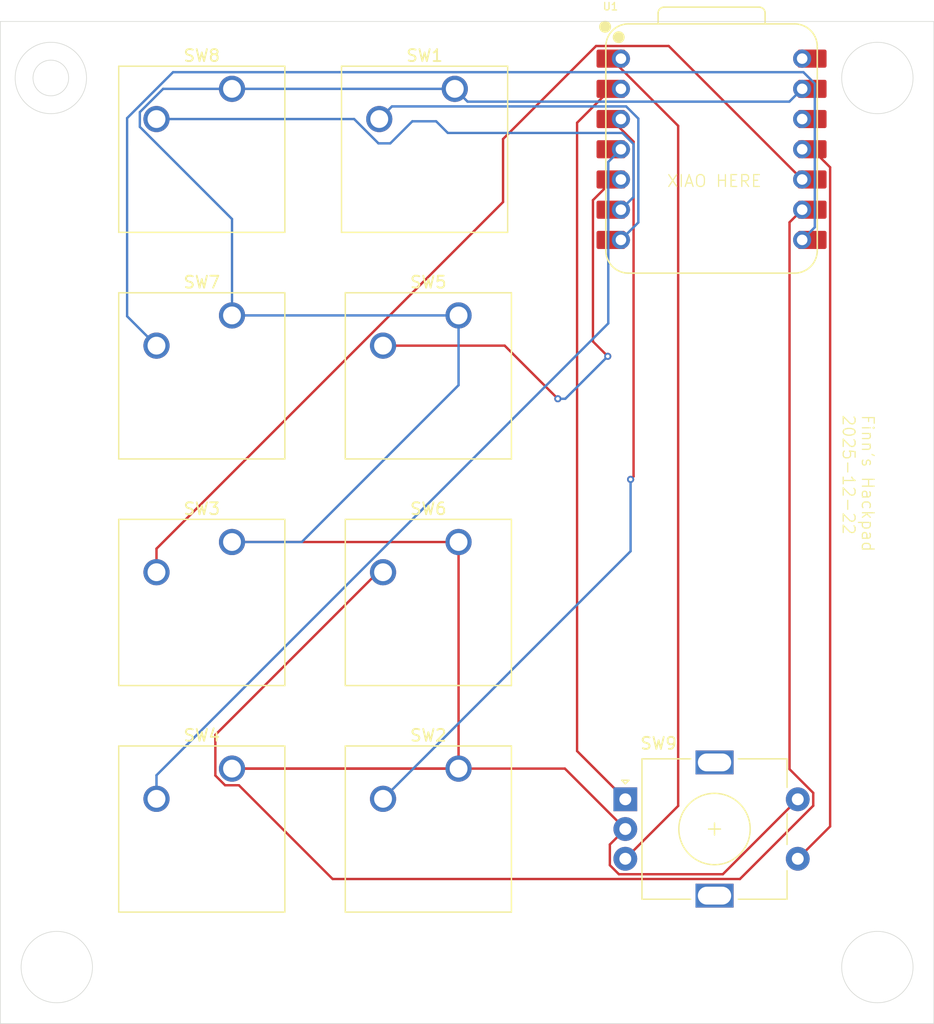
<source format=kicad_pcb>
(kicad_pcb (version 20241229) (generator "pcbnew") (generator_version "9.0")
  (layers (0 "F.Cu" signal) (2 "B.Cu" signal) (13 "F.Paste" user) (15 "B.Paste" user) (5 "F.SilkS" user "F.Silkscreen") (7 "B.SilkS" user "B.Silkscreen") (1 "F.Mask" user) (3 "B.Mask" user) (25 "Edge.Cuts" user))
  (net 0 "")
  (net 1 "GND")
  (net 2 "Net-(U1-GPIO0{slash}TX)")
  (net 3 "Net-(U1-GPIO28{slash}ADC2{slash}A2)")
  (net 4 "Net-(U1-GPIO4{slash}MISO)")
  (net 5 "Net-(U1-GPIO29{slash}ADC3{slash}A3)")
  (net 6 "Net-(U1-GPIO1{slash}RX)")
  (net 7 "Net-(U1-GPIO7{slash}SCL)")
  (net 8 "Net-(U1-GPIO26{slash}ADC0{slash}A0)")
  (net 9 "Net-(U1-GPIO27{slash}ADC1{slash}A1)")
  (net 10 "Net-(U1-GPIO3{slash}MOSI)")
  (net 11 "+5V")
  (net 13 "Net-(U1-GPIO2{slash}SCK)")
  (net 14 "Net-(U1-GPIO6{slash}SDA)")
  (footprint "Button_Switch_Keyboard:SW_Cherry_MX_1.00u_PCB" (layer "F.Cu") (at 143.03375 78.26375)
    (property "Reference" "SW6" (at -2.54 -2.794 0) (layer "F.SilkS"))
    (property "Value" "SW_Push")
    (fp_line (start -9.525 -1.905) (end 4.445 -1.905) (stroke (width 0.12)) (layer "F.SilkS"))
    (fp_line (start -9.525 12.065) (end -9.525 -1.905) (stroke (width 0.12)) (layer "F.SilkS"))
    (fp_line (start 4.445 -1.905) (end 4.445 12.065) (stroke (width 0.12)) (layer "F.SilkS"))
    (fp_line (start 4.445 12.065) (end -9.525 12.065) (stroke (width 0.12)) (layer "F.SilkS"))
    (pad "" np_thru_hole circle (at -7.62 5.08) (size 1.7 1.7) (drill 1.7) (layers "*.Cu" "*.Mask"))
    (pad "" np_thru_hole circle (at -2.54 5.08) (size 4 4) (drill 4) (layers "*.Cu" "*.Mask"))
    (pad "" np_thru_hole circle (at 2.54 5.08) (size 1.7 1.7) (drill 1.7) (layers "*.Cu" "*.Mask"))
    (pad "1" thru_hole circle (at 0 0) (size 2.2 2.2) (drill 1.5) (layers "*.Cu" "*.Mask") (net 1 "GND"))
    (pad "2" thru_hole circle (at -6.35 2.54) (size 2.2 2.2) (drill 1.5) (layers "*.Cu" "*.Mask") (net 13 "Net-(U1-GPIO2{slash}SCK)"))
  )
  (footprint "Button_Switch_Keyboard:SW_Cherry_MX_1.00u_PCB" (layer "F.Cu") (at 123.98375 40.16375)
    (property "Reference" "SW8" (at -2.54 -2.794 0) (layer "F.SilkS"))
    (property "Value" "SW_Push")
    (fp_line (start -9.525 -1.905) (end 4.445 -1.905) (stroke (width 0.12)) (layer "F.SilkS"))
    (fp_line (start -9.525 12.065) (end -9.525 -1.905) (stroke (width 0.12)) (layer "F.SilkS"))
    (fp_line (start 4.445 -1.905) (end 4.445 12.065) (stroke (width 0.12)) (layer "F.SilkS"))
    (fp_line (start 4.445 12.065) (end -9.525 12.065) (stroke (width 0.12)) (layer "F.SilkS"))
    (pad "" np_thru_hole circle (at -7.62 5.08) (size 1.7 1.7) (drill 1.7) (layers "*.Cu" "*.Mask"))
    (pad "" np_thru_hole circle (at -2.54 5.08) (size 4 4) (drill 4) (layers "*.Cu" "*.Mask"))
    (pad "" np_thru_hole circle (at 2.54 5.08) (size 1.7 1.7) (drill 1.7) (layers "*.Cu" "*.Mask"))
    (pad "1" thru_hole circle (at 0 0) (size 2.2 2.2) (drill 1.5) (layers "*.Cu" "*.Mask") (net 1 "GND"))
    (pad "2" thru_hole circle (at -6.35 2.54) (size 2.2 2.2) (drill 1.5) (layers "*.Cu" "*.Mask") (net 7 "Net-(U1-GPIO7{slash}SCL)"))
  )
  (footprint "Button_Switch_Keyboard:SW_Cherry_MX_1.00u_PCB" (layer "F.Cu") (at 142.71625 40.16375)
    (property "Reference" "SW1" (at -2.54 -2.794 0) (layer "F.SilkS"))
    (property "Value" "SW_Push")
    (fp_line (start -9.525 -1.905) (end 4.445 -1.905) (stroke (width 0.12)) (layer "F.SilkS"))
    (fp_line (start -9.525 12.065) (end -9.525 -1.905) (stroke (width 0.12)) (layer "F.SilkS"))
    (fp_line (start 4.445 -1.905) (end 4.445 12.065) (stroke (width 0.12)) (layer "F.SilkS"))
    (fp_line (start 4.445 12.065) (end -9.525 12.065) (stroke (width 0.12)) (layer "F.SilkS"))
    (pad "" np_thru_hole circle (at -7.62 5.08) (size 1.7 1.7) (drill 1.7) (layers "*.Cu" "*.Mask"))
    (pad "" np_thru_hole circle (at -2.54 5.08) (size 4 4) (drill 4) (layers "*.Cu" "*.Mask"))
    (pad "" np_thru_hole circle (at 2.54 5.08) (size 1.7 1.7) (drill 1.7) (layers "*.Cu" "*.Mask"))
    (pad "1" thru_hole circle (at 0 0) (size 2.2 2.2) (drill 1.5) (layers "*.Cu" "*.Mask") (net 1 "GND"))
    (pad "2" thru_hole circle (at -6.35 2.54) (size 2.2 2.2) (drill 1.5) (layers "*.Cu" "*.Mask") (net 2 "Net-(U1-GPIO0{slash}TX)"))
  )
  (footprint "Button_Switch_Keyboard:SW_Cherry_MX_1.00u_PCB" (layer "F.Cu") (at 123.98375 78.26375)
    (property "Reference" "SW3" (at -2.54 -2.794 0) (layer "F.SilkS"))
    (property "Value" "SW_Push")
    (fp_line (start -9.525 -1.905) (end 4.445 -1.905) (stroke (width 0.12)) (layer "F.SilkS"))
    (fp_line (start -9.525 12.065) (end -9.525 -1.905) (stroke (width 0.12)) (layer "F.SilkS"))
    (fp_line (start 4.445 -1.905) (end 4.445 12.065) (stroke (width 0.12)) (layer "F.SilkS"))
    (fp_line (start 4.445 12.065) (end -9.525 12.065) (stroke (width 0.12)) (layer "F.SilkS"))
    (pad "" np_thru_hole circle (at -7.62 5.08) (size 1.7 1.7) (drill 1.7) (layers "*.Cu" "*.Mask"))
    (pad "" np_thru_hole circle (at -2.54 5.08) (size 4 4) (drill 4) (layers "*.Cu" "*.Mask"))
    (pad "" np_thru_hole circle (at 2.54 5.08) (size 1.7 1.7) (drill 1.7) (layers "*.Cu" "*.Mask"))
    (pad "1" thru_hole circle (at 0 0) (size 2.2 2.2) (drill 1.5) (layers "*.Cu" "*.Mask") (net 1 "GND"))
    (pad "2" thru_hole circle (at -6.35 2.54) (size 2.2 2.2) (drill 1.5) (layers "*.Cu" "*.Mask") (net 4 "Net-(U1-GPIO4{slash}MISO)"))
  )
  (footprint "Seeed Studio XIAO Series Library:XIAO-RP2040-DIP" (layer "F.Cu") (at 164.30625 45.24375)
    (property "Reference" "U1" (at -8.5 -12 0) (layer "F.SilkS") (effects (font (size 0.635 0.635) (thickness 0.1016))))
    (property "Value" "XIAO-RP2040-DIP")
    (fp_line (start -8.89 8.509) (end -8.89 -8.636) (stroke (width 0.127)) (layer "F.SilkS"))
    (fp_line (start -6.985 10.414) (end 6.985 10.414) (stroke (width 0.127)) (layer "F.SilkS"))
    (fp_line (start -4.495 -10.541) (end -4.491272 -11.451272) (stroke (width 0.127)) (layer "F.SilkS"))
    (fp_line (start -3.991272 -11.951) (end 4.004 -11.951) (stroke (width 0.127)) (layer "F.SilkS"))
    (fp_line (start 4.504 -11.451) (end 4.504 -10.541) (stroke (width 0.127)) (layer "F.SilkS"))
    (fp_line (start 6.985 -10.541) (end -6.985 -10.541) (stroke (width 0.1)) (layer "F.SilkS"))
    (fp_line (start 6.985 -10.541) (end -6.985 -10.541) (stroke (width 0.127)) (layer "F.SilkS"))
    (fp_line (start 8.89 8.509) (end 8.89 -8.636) (stroke (width 0.127)) (layer "F.SilkS"))
    (fp_arc (start -8.89 -8.636) (mid -8.332038 -9.983038) (end -6.985 -10.541) (stroke (width 0.127)) (layer "F.SilkS"))
    (fp_arc (start -6.985 10.414) (mid -8.332038 9.856038) (end -8.89 8.509) (stroke (width 0.127)) (layer "F.SilkS"))
    (fp_arc (start -4.491272 -11.451272) (mid -4.344728 -11.80464) (end -3.991272 -11.951) (stroke (width 0.127)) (layer "F.SilkS"))
    (fp_arc (start 4.004 -11.951) (mid 4.357553 -11.804553) (end 4.504 -11.451) (stroke (width 0.127)) (layer "F.SilkS"))
    (fp_arc (start 6.985 -10.541) (mid 8.332038 -9.983038) (end 8.89 -8.636) (stroke (width 0.127)) (layer "F.SilkS"))
    (fp_arc (start 8.89 8.509) (mid 8.332038 9.856038) (end 6.985 10.414) (stroke (width 0.127)) (layer "F.SilkS"))
    (fp_circle (center -8.95 -10.3) (end -8.95 -10.554) (stroke (width 0.5)) (fill yes) (layer "F.SilkS"))
    (fp_circle (center -7.807 -9.42) (end -7.807 -9.674) (stroke (width 0.5)) (fill yes) (layer "F.SilkS"))
    (pad "1" smd roundrect (at -8.455 -7.62 180) (size 2.432 1.524) (layers "F.Cu" "F.Mask") (roundrect_rratio 0.1) (net 8 "Net-(U1-GPIO26{slash}ADC0{slash}A0)"))
    (pad "1" thru_hole circle (at -7.62 -7.62 180) (size 1.524 1.524) (drill 0.889) (layers "*.Cu" "*.Mask") (net 8 "Net-(U1-GPIO26{slash}ADC0{slash}A0)"))
    (pad "2" smd roundrect (at -8.455 -5.08 180) (size 2.432 1.524) (layers "F.Cu" "F.Mask") (roundrect_rratio 0.1) (net 9 "Net-(U1-GPIO27{slash}ADC1{slash}A1)"))
    (pad "2" thru_hole circle (at -7.62 -5.08 180) (size 1.524 1.524) (drill 0.889) (layers "*.Cu" "*.Mask") (net 9 "Net-(U1-GPIO27{slash}ADC1{slash}A1)"))
    (pad "3" smd roundrect (at -8.455 -2.54 180) (size 2.432 1.524) (layers "F.Cu" "F.Mask") (roundrect_rratio 0.1) (net 3 "Net-(U1-GPIO28{slash}ADC2{slash}A2)"))
    (pad "3" thru_hole circle (at -7.62 -2.54 180) (size 1.524 1.524) (drill 0.889) (layers "*.Cu" "*.Mask") (net 3 "Net-(U1-GPIO28{slash}ADC2{slash}A2)"))
    (pad "4" smd roundrect (at -8.455 0 180) (size 2.432 1.524) (layers "F.Cu" "F.Mask") (roundrect_rratio 0.1) (net 5 "Net-(U1-GPIO29{slash}ADC3{slash}A3)"))
    (pad "4" thru_hole circle (at -7.62 0 180) (size 1.524 1.524) (drill 0.889) (layers "*.Cu" "*.Mask") (net 5 "Net-(U1-GPIO29{slash}ADC3{slash}A3)"))
    (pad "5" smd roundrect (at -8.455 2.54 180) (size 2.432 1.524) (layers "F.Cu" "F.Mask") (roundrect_rratio 0.1) (net 14 "Net-(U1-GPIO6{slash}SDA)"))
    (pad "5" thru_hole circle (at -7.62 2.54 180) (size 1.524 1.524) (drill 0.889) (layers "*.Cu" "*.Mask") (net 14 "Net-(U1-GPIO6{slash}SDA)"))
    (pad "6" smd roundrect (at -8.455 5.08 180) (size 2.432 1.524) (layers "F.Cu" "F.Mask") (roundrect_rratio 0.1) (net 7 "Net-(U1-GPIO7{slash}SCL)"))
    (pad "6" thru_hole circle (at -7.62 5.08 180) (size 1.524 1.524) (drill 0.889) (layers "*.Cu" "*.Mask") (net 7 "Net-(U1-GPIO7{slash}SCL)"))
    (pad "7" smd roundrect (at -8.455 7.62 180) (size 2.432 1.524) (layers "F.Cu" "F.Mask") (roundrect_rratio 0.1) (net 2 "Net-(U1-GPIO0{slash}TX)"))
    (pad "7" thru_hole circle (at -7.62 7.62 180) (size 1.524 1.524) (drill 0.889) (layers "*.Cu" "*.Mask") (net 2 "Net-(U1-GPIO0{slash}TX)"))
    (pad "8" thru_hole circle (at 7.62 7.62) (size 1.524 1.524) (drill 0.889) (layers "*.Cu" "*.Mask") (net 6 "Net-(U1-GPIO1{slash}RX)"))
    (pad "8" smd roundrect (at 8.455 7.62) (size 2.432 1.524) (layers "F.Cu" "F.Mask") (roundrect_rratio 0.1) (net 6 "Net-(U1-GPIO1{slash}RX)"))
    (pad "9" thru_hole circle (at 7.62 5.08) (size 1.524 1.524) (drill 0.889) (layers "*.Cu" "*.Mask") (net 13 "Net-(U1-GPIO2{slash}SCK)"))
    (pad "9" smd roundrect (at 8.455 5.08) (size 2.432 1.524) (layers "F.Cu" "F.Mask") (roundrect_rratio 0.1) (net 13 "Net-(U1-GPIO2{slash}SCK)"))
    (pad "10" thru_hole circle (at 7.62 2.54) (size 1.524 1.524) (drill 0.889) (layers "*.Cu" "*.Mask") (net 4 "Net-(U1-GPIO4{slash}MISO)"))
    (pad "10" smd roundrect (at 8.455 2.54) (size 2.432 1.524) (layers "F.Cu" "F.Mask") (roundrect_rratio 0.1) (net 4 "Net-(U1-GPIO4{slash}MISO)"))
    (pad "11" thru_hole circle (at 7.62 0) (size 1.524 1.524) (drill 0.889) (layers "*.Cu" "*.Mask") (net 10 "Net-(U1-GPIO3{slash}MOSI)"))
    (pad "11" smd roundrect (at 8.455 0) (size 2.432 1.524) (layers "F.Cu" "F.Mask") (roundrect_rratio 0.1) (net 10 "Net-(U1-GPIO3{slash}MOSI)"))
    (pad "12" thru_hole circle (at 7.62 -2.54) (size 1.524 1.524) (drill 0.889) (layers "*.Cu" "*.Mask"))
    (pad "12" smd roundrect (at 8.455 -2.54) (size 2.432 1.524) (layers "F.Cu" "F.Mask") (roundrect_rratio 0.1))
    (pad "13" thru_hole circle (at 7.62 -5.08) (size 1.524 1.524) (drill 0.889) (layers "*.Cu" "*.Mask") (net 1 "GND"))
    (pad "13" smd roundrect (at 8.455 -5.08) (size 2.432 1.524) (layers "F.Cu" "F.Mask") (roundrect_rratio 0.1) (net 1 "GND"))
    (pad "14" thru_hole circle (at 7.62 -7.62) (size 1.524 1.524) (drill 0.889) (layers "*.Cu" "*.Mask") (net 11 "+5V"))
    (pad "14" smd roundrect (at 8.455 -7.62) (size 2.432 1.524) (layers "F.Cu" "F.Mask") (roundrect_rratio 0.1) (net 11 "+5V"))
  )
  (footprint "Button_Switch_Keyboard:SW_Cherry_MX_1.00u_PCB" (layer "F.Cu") (at 123.98375 59.21375)
    (property "Reference" "SW7" (at -2.54 -2.794 0) (layer "F.SilkS"))
    (property "Value" "SW_Push")
    (fp_line (start -9.525 -1.905) (end 4.445 -1.905) (stroke (width 0.12)) (layer "F.SilkS"))
    (fp_line (start -9.525 12.065) (end -9.525 -1.905) (stroke (width 0.12)) (layer "F.SilkS"))
    (fp_line (start 4.445 -1.905) (end 4.445 12.065) (stroke (width 0.12)) (layer "F.SilkS"))
    (fp_line (start 4.445 12.065) (end -9.525 12.065) (stroke (width 0.12)) (layer "F.SilkS"))
    (pad "" np_thru_hole circle (at -7.62 5.08) (size 1.7 1.7) (drill 1.7) (layers "*.Cu" "*.Mask"))
    (pad "" np_thru_hole circle (at -2.54 5.08) (size 4 4) (drill 4) (layers "*.Cu" "*.Mask"))
    (pad "" np_thru_hole circle (at 2.54 5.08) (size 1.7 1.7) (drill 1.7) (layers "*.Cu" "*.Mask"))
    (pad "1" thru_hole circle (at 0 0) (size 2.2 2.2) (drill 1.5) (layers "*.Cu" "*.Mask") (net 1 "GND"))
    (pad "2" thru_hole circle (at -6.35 2.54) (size 2.2 2.2) (drill 1.5) (layers "*.Cu" "*.Mask") (net 6 "Net-(U1-GPIO1{slash}RX)"))
  )
  (footprint "Button_Switch_Keyboard:SW_Cherry_MX_1.00u_PCB" (layer "F.Cu") (at 143.03375 97.31375)
    (property "Reference" "SW2" (at -2.54 -2.794 0) (layer "F.SilkS"))
    (property "Value" "SW_Push")
    (fp_line (start -9.525 -1.905) (end 4.445 -1.905) (stroke (width 0.12)) (layer "F.SilkS"))
    (fp_line (start -9.525 12.065) (end -9.525 -1.905) (stroke (width 0.12)) (layer "F.SilkS"))
    (fp_line (start 4.445 -1.905) (end 4.445 12.065) (stroke (width 0.12)) (layer "F.SilkS"))
    (fp_line (start 4.445 12.065) (end -9.525 12.065) (stroke (width 0.12)) (layer "F.SilkS"))
    (pad "" np_thru_hole circle (at -7.62 5.08) (size 1.7 1.7) (drill 1.7) (layers "*.Cu" "*.Mask"))
    (pad "" np_thru_hole circle (at -2.54 5.08) (size 4 4) (drill 4) (layers "*.Cu" "*.Mask"))
    (pad "" np_thru_hole circle (at 2.54 5.08) (size 1.7 1.7) (drill 1.7) (layers "*.Cu" "*.Mask"))
    (pad "1" thru_hole circle (at 0 0) (size 2.2 2.2) (drill 1.5) (layers "*.Cu" "*.Mask") (net 1 "GND"))
    (pad "2" thru_hole circle (at -6.35 2.54) (size 2.2 2.2) (drill 1.5) (layers "*.Cu" "*.Mask") (net 3 "Net-(U1-GPIO28{slash}ADC2{slash}A2)"))
  )
  (footprint "Button_Switch_Keyboard:SW_Cherry_MX_1.00u_PCB" (layer "F.Cu") (at 123.98375 97.31375)
    (property "Reference" "SW4" (at -2.54 -2.794 0) (layer "F.SilkS"))
    (property "Value" "SW_Push")
    (fp_line (start -9.525 -1.905) (end 4.445 -1.905) (stroke (width 0.12)) (layer "F.SilkS"))
    (fp_line (start -9.525 12.065) (end -9.525 -1.905) (stroke (width 0.12)) (layer "F.SilkS"))
    (fp_line (start 4.445 -1.905) (end 4.445 12.065) (stroke (width 0.12)) (layer "F.SilkS"))
    (fp_line (start 4.445 12.065) (end -9.525 12.065) (stroke (width 0.12)) (layer "F.SilkS"))
    (pad "" np_thru_hole circle (at -7.62 5.08) (size 1.7 1.7) (drill 1.7) (layers "*.Cu" "*.Mask"))
    (pad "" np_thru_hole circle (at -2.54 5.08) (size 4 4) (drill 4) (layers "*.Cu" "*.Mask"))
    (pad "" np_thru_hole circle (at 2.54 5.08) (size 1.7 1.7) (drill 1.7) (layers "*.Cu" "*.Mask"))
    (pad "1" thru_hole circle (at 0 0) (size 2.2 2.2) (drill 1.5) (layers "*.Cu" "*.Mask") (net 1 "GND"))
    (pad "2" thru_hole circle (at -6.35 2.54) (size 2.2 2.2) (drill 1.5) (layers "*.Cu" "*.Mask") (net 5 "Net-(U1-GPIO29{slash}ADC3{slash}A3)"))
  )
  (footprint "Rotary_Encoder:RotaryEncoder_Alps_EC11E-Switch_Vertical_H20mm" (layer "F.Cu") (at 157.05625 99.89375)
    (property "Reference" "SW9" (at 2.8 -4.7 0) (layer "F.SilkS"))
    (property "Value" "RotaryEncoder_Switch")
    (fp_line (start -0.3 -1.6) (end 0.3 -1.6) (stroke (width 0.12)) (layer "F.SilkS"))
    (fp_line (start 0 -1.3) (end -0.3 -1.6) (stroke (width 0.12)) (layer "F.SilkS"))
    (fp_line (start 0.3 -1.6) (end 0 -1.3) (stroke (width 0.12)) (layer "F.SilkS"))
    (fp_line (start 1.4 -3.4) (end 1.4 8.4) (stroke (width 0.12)) (layer "F.SilkS"))
    (fp_line (start 5.5 -3.4) (end 1.4 -3.4) (stroke (width 0.12)) (layer "F.SilkS"))
    (fp_line (start 5.5 8.4) (end 1.4 8.4) (stroke (width 0.12)) (layer "F.SilkS"))
    (fp_line (start 7 2.5) (end 8 2.5) (stroke (width 0.12)) (layer "F.SilkS"))
    (fp_line (start 7.5 2) (end 7.5 3) (stroke (width 0.12)) (layer "F.SilkS"))
    (fp_line (start 9.5 -3.4) (end 13.6 -3.4) (stroke (width 0.12)) (layer "F.SilkS"))
    (fp_line (start 13.6 -3.4) (end 13.6 -1) (stroke (width 0.12)) (layer "F.SilkS"))
    (fp_line (start 13.6 1.2) (end 13.6 3.8) (stroke (width 0.12)) (layer "F.SilkS"))
    (fp_line (start 13.6 6) (end 13.6 8.4) (stroke (width 0.12)) (layer "F.SilkS"))
    (fp_line (start 13.6 8.4) (end 9.5 8.4) (stroke (width 0.12)) (layer "F.SilkS"))
    (fp_circle (center 7.5 2.5) (end 10.5 2.5) (stroke (width 0.12)) (fill no) (layer "F.SilkS"))
    (pad "A" thru_hole rect (at 0 0) (size 2 2) (drill 1) (layers "*.Cu" "*.Mask") (net 9 "Net-(U1-GPIO27{slash}ADC1{slash}A1)"))
    (pad "B" thru_hole circle (at 0 5) (size 2 2) (drill 1) (layers "*.Cu" "*.Mask") (net 8 "Net-(U1-GPIO26{slash}ADC0{slash}A0)"))
    (pad "C" thru_hole circle (at 0 2.5) (size 2 2) (drill 1) (layers "*.Cu" "*.Mask") (net 1 "GND"))
    (pad "MP" thru_hole rect (at 7.5 -3.1) (size 3.2 2) (drill oval 2.8 1.5) (layers "*.Cu" "*.Mask"))
    (pad "MP" thru_hole rect (at 7.5 8.1) (size 3.2 2) (drill oval 2.8 1.5) (layers "*.Cu" "*.Mask"))
    (pad "S1" thru_hole circle (at 14.5 5) (size 2 2) (drill 1) (layers "*.Cu" "*.Mask") (net 10 "Net-(U1-GPIO3{slash}MOSI)"))
    (pad "S2" thru_hole circle (at 14.5 0) (size 2 2) (drill 1) (layers "*.Cu" "*.Mask") (net 1 "GND"))
  )
  (footprint "Button_Switch_Keyboard:SW_Cherry_MX_1.00u_PCB" (layer "F.Cu") (at 143.03375 59.21375)
    (property "Reference" "SW5" (at -2.54 -2.794 0) (layer "F.SilkS"))
    (property "Value" "SW_Push")
    (fp_line (start -9.525 -1.905) (end 4.445 -1.905) (stroke (width 0.12)) (layer "F.SilkS"))
    (fp_line (start -9.525 12.065) (end -9.525 -1.905) (stroke (width 0.12)) (layer "F.SilkS"))
    (fp_line (start 4.445 -1.905) (end 4.445 12.065) (stroke (width 0.12)) (layer "F.SilkS"))
    (fp_line (start 4.445 12.065) (end -9.525 12.065) (stroke (width 0.12)) (layer "F.SilkS"))
    (pad "" np_thru_hole circle (at -7.62 5.08) (size 1.7 1.7) (drill 1.7) (layers "*.Cu" "*.Mask"))
    (pad "" np_thru_hole circle (at -2.54 5.08) (size 4 4) (drill 4) (layers "*.Cu" "*.Mask"))
    (pad "" np_thru_hole circle (at 2.54 5.08) (size 1.7 1.7) (drill 1.7) (layers "*.Cu" "*.Mask"))
    (pad "1" thru_hole circle (at 0 0) (size 2.2 2.2) (drill 1.5) (layers "*.Cu" "*.Mask") (net 1 "GND"))
    (pad "2" thru_hole circle (at -6.35 2.54) (size 2.2 2.2) (drill 1.5) (layers "*.Cu" "*.Mask") (net 14 "Net-(U1-GPIO6{slash}SDA)"))
  )
  (gr_circle (center 178.249657 113.999657) (end 175.25 113.999657) (stroke (width 0.05)) (fill no) (layer "Edge.Cuts"))
  (gr_circle (center 178.249657 39.250343) (end 181.25 39.250343) (stroke (width 0.05)) (fill no) (layer "Edge.Cuts"))
  (gr_circle (center 108.75 39.249657) (end 107.25 39.249657) (stroke (width 0.05)) (fill no) (layer "Edge.Cuts"))
  (gr_rect (start 104.5 34.5) (end 183 118.75) (stroke (width 0.05)) (fill no) (layer "Edge.Cuts"))
  (gr_circle (center 109.25 114) (end 112.25 114) (stroke (width 0.05)) (fill no) (layer "Edge.Cuts"))
  (gr_circle (center 108.75 39.249657) (end 111.749657 39.249657) (stroke (width 0.05)) (fill no) (layer "Edge.Cuts"))
  (gr_text "Finn's Hackpad\n2025-12-22\n" (at 175.25 67.5 270) (layer "F.SilkS") (effects (font (size 1 1) (thickness 0.1)) (justify left bottom)))
  (gr_text "XIAO HERE\n" (at 160.5 48.5 0) (layer "F.SilkS") (effects (font (size 1 1) (thickness 0.1)) (justify left bottom)))
  (segment (start 165.25525 106.19475) (end 171.55625 99.89375) (width 0.2) (layer "F.Cu") (net 1))
  (segment (start 123.98375 97.31375) (end 151.97625 97.31375) (width 0.2) (layer "F.Cu") (net 1))
  (segment (start 157.05625 102.39375) (end 155.75525 103.69475) (width 0.2) (layer "F.Cu") (net 1))
  (segment (start 123.98375 78.26375) (end 143.03375 78.26375) (width 0.2) (layer "F.Cu") (net 1))
  (segment (start 143.03375 78.26375) (end 143.03375 97.31375) (width 0.2) (layer "F.Cu") (net 1))
  (segment (start 151.97625 97.31375) (end 157.05625 102.39375) (width 0.2) (layer "F.Cu") (net 1))
  (segment (start 155.75525 103.69475) (end 155.75525 105.432642) (width 0.2) (layer "F.Cu") (net 1))
  (segment (start 155.75525 105.432642) (end 156.517358 106.19475) (width 0.2) (layer "F.Cu") (net 1))
  (segment (start 156.517358 106.19475) (end 165.25525 106.19475) (width 0.2) (layer "F.Cu") (net 1))
  (segment (start 143.03375 97.31375) (end 123.98375 97.31375) (width 0.2) (layer "F.Cu") (net 1))
  (segment (start 143.03375 65.078566) (end 129.848566 78.26375) (width 0.2) (layer "B.Cu") (net 1))
  (segment (start 142.71625 40.16375) (end 123.98375 40.16375) (width 0.2) (layer "B.Cu") (net 1))
  (segment (start 123.98375 59.21375) (end 143.03375 59.21375) (width 0.2) (layer "B.Cu") (net 1))
  (segment (start 123.98375 51.108566) (end 123.98375 59.21375) (width 0.2) (layer "B.Cu") (net 1))
  (segment (start 143.03375 59.21375) (end 143.03375 65.078566) (width 0.2) (layer "B.Cu") (net 1))
  (segment (start 116.23275 43.357566) (end 123.98375 51.108566) (width 0.2) (layer "B.Cu") (net 1))
  (segment (start 171.92625 40.16375) (end 170.85025 41.23975) (width 0.2) (layer "B.Cu") (net 1))
  (segment (start 129.848566 78.26375) (end 123.98375 78.26375) (width 0.2) (layer "B.Cu") (net 1))
  (segment (start 143.79225 41.23975) (end 142.71625 40.16375) (width 0.2) (layer "B.Cu") (net 1))
  (segment (start 170.85025 41.23975) (end 143.79225 41.23975) (width 0.2) (layer "B.Cu") (net 1))
  (segment (start 123.98375 40.16375) (end 118.192436 40.16375) (width 0.2) (layer "B.Cu") (net 1))
  (segment (start 118.192436 40.16375) (end 116.23275 42.123436) (width 0.2) (layer "B.Cu") (net 1))
  (segment (start 116.23275 42.123436) (end 116.23275 43.357566) (width 0.2) (layer "B.Cu") (net 1))
  (segment (start 137.42925 41.64075) (end 136.36625 42.70375) (width 0.2) (layer "B.Cu") (net 2))
  (segment (start 157.12656 41.64075) (end 137.42925 41.64075) (width 0.2) (layer "B.Cu") (net 2))
  (segment (start 158.15025 42.66444) (end 157.12656 41.64075) (width 0.2) (layer "B.Cu") (net 2))
  (segment (start 158.15025 51.39975) (end 158.15025 42.66444) (width 0.2) (layer "B.Cu") (net 2))
  (segment (start 156.68625 52.86375) (end 158.15025 51.39975) (width 0.2) (layer "B.Cu") (net 2))
  (segment (start 155.85125 42.70375) (end 157.74925 44.60175) (width 0.2) (layer "F.Cu") (net 3))
  (segment (start 157.74925 72.75075) (end 157.5 73) (width 0.2) (layer "F.Cu") (net 3))
  (segment (start 157.74925 44.60175) (end 157.74925 72.75075) (width 0.2) (layer "F.Cu") (net 3))
  (via (at 157.5 73) (size 0.6) (drill 0.3) (layers "F.Cu" "B.Cu") (net 3))
  (segment (start 157.5 73) (end 157.5 79.0375) (width 0.2) (layer "B.Cu") (net 3))
  (segment (start 157.5 79.0375) (end 136.68375 99.85375) (width 0.2) (layer "B.Cu") (net 3))
  (segment (start 171.92625 47.78375) (end 160.70325 36.56075) (width 0.2) (layer "F.Cu") (net 4))
  (segment (start 117.63375 78.822436) (end 117.63375 80.80375) (width 0.2) (layer "F.Cu") (net 4))
  (segment (start 146.77475 44.381624) (end 146.77475 49.681436) (width 0.2) (layer "F.Cu") (net 4))
  (segment (start 146.77475 49.681436) (end 117.63375 78.822436) (width 0.2) (layer "F.Cu") (net 4))
  (segment (start 160.70325 36.56075) (end 154.595624 36.56075) (width 0.2) (layer "F.Cu") (net 4))
  (segment (start 154.595624 36.56075) (end 146.77475 44.381624) (width 0.2) (layer "F.Cu") (net 4))
  (segment (start 117.63375 97.872436) (end 117.63375 99.85375) (width 0.2) (layer "B.Cu") (net 5))
  (segment (start 155.62325 59.882936) (end 117.63375 97.872436) (width 0.2) (layer "B.Cu") (net 5))
  (segment (start 155.62325 46.30675) (end 155.62325 59.882936) (width 0.2) (layer "B.Cu") (net 5))
  (segment (start 156.68625 45.24375) (end 155.62325 46.30675) (width 0.2) (layer "B.Cu") (net 5))
  (segment (start 119.026336 38.76275) (end 115.16275 42.626336) (width 0.2) (layer "B.Cu") (net 6))
  (segment (start 172.98925 51.80075) (end 172.98925 39.72344) (width 0.2) (layer "B.Cu") (net 6))
  (segment (start 115.16275 42.626336) (end 115.16275 59.28275) (width 0.2) (layer "B.Cu") (net 6))
  (segment (start 172.98925 39.72344) (end 172.02856 38.76275) (width 0.2) (layer "B.Cu") (net 6))
  (segment (start 115.16275 59.28275) (end 117.63375 61.75375) (width 0.2) (layer "B.Cu") (net 6))
  (segment (start 171.92625 52.86375) (end 172.98925 51.80075) (width 0.2) (layer "B.Cu") (net 6))
  (segment (start 172.02856 38.76275) (end 119.026336 38.76275) (width 0.2) (layer "B.Cu") (net 6))
  (segment (start 157.74925 44.80344) (end 156.817152 43.871342) (width 0.2) (layer "B.Cu") (net 7))
  (segment (start 141.150066 42.89275) (end 139.14572 42.89275) (width 0.2) (layer "B.Cu") (net 7))
  (segment (start 156.68625 50.32375) (end 157.74925 49.26075) (width 0.2) (layer "B.Cu") (net 7))
  (segment (start 134.25472 42.70375) (end 117.63375 42.70375) (width 0.2) (layer "B.Cu") (net 7))
  (segment (start 136.29725 44.74628) (end 134.25472 42.70375) (width 0.2) (layer "B.Cu") (net 7))
  (segment (start 137.29219 44.74628) (end 136.29725 44.74628) (width 0.2) (layer "B.Cu") (net 7))
  (segment (start 142.128658 43.871342) (end 141.150066 42.89275) (width 0.2) (layer "B.Cu") (net 7))
  (segment (start 156.817152 43.871342) (end 142.128658 43.871342) (width 0.2) (layer "B.Cu") (net 7))
  (segment (start 157.74925 49.26075) (end 157.74925 44.80344) (width 0.2) (layer "B.Cu") (net 7))
  (segment (start 139.14572 42.89275) (end 137.29219 44.74628) (width 0.2) (layer "B.Cu") (net 7))
  (segment (start 161.5 100.45) (end 157.05625 104.89375) (width 0.2) (layer "F.Cu") (net 8))
  (segment (start 155.85125 37.62375) (end 161.5 43.2725) (width 0.2) (layer "F.Cu") (net 8))
  (segment (start 161.5 43.2725) (end 161.5 100.45) (width 0.2) (layer "F.Cu") (net 8))
  (segment (start 155.85125 40.16375) (end 153 43.015) (width 0.2) (layer "F.Cu") (net 9))
  (segment (start 153 95.8375) (end 157.05625 99.89375) (width 0.2) (layer "F.Cu") (net 9))
  (segment (start 153 43.015) (end 153 95.8375) (width 0.2) (layer "F.Cu") (net 9))
  (segment (start 174.27825 46.76075) (end 174.27825 102.17175) (width 0.2) (layer "F.Cu") (net 10))
  (segment (start 172.76125 45.24375) (end 174.27825 46.76075) (width 0.2) (layer "F.Cu") (net 10))
  (segment (start 174.27825 102.17175) (end 171.55625 104.89375) (width 0.2) (layer "F.Cu") (net 10))
  (segment (start 122.58275 97.894064) (end 122.58275 94.47628) (width 0.2) (layer "F.Cu") (net 13))
  (segment (start 122.58275 94.47628) (end 136.25528 80.80375) (width 0.2) (layer "F.Cu") (net 13))
  (segment (start 170.86325 97.360858) (end 172.85725 99.354858) (width 0.2) (layer "F.Cu") (net 13))
  (segment (start 172.85725 100.432642) (end 166.694142 106.59575) (width 0.2) (layer "F.Cu") (net 13))
  (segment (start 123.403436 98.71475) (end 122.58275 97.894064) (width 0.2) (layer "F.Cu") (net 13))
  (segment (start 166.694142 106.59575) (end 132.445064 106.59575) (width 0.2) (layer "F.Cu") (net 13))
  (segment (start 136.25528 80.80375) (end 136.68375 80.80375) (width 0.2) (layer "F.Cu") (net 13))
  (segment (start 172.85725 99.354858) (end 172.85725 100.432642) (width 0.2) (layer "F.Cu") (net 13))
  (segment (start 132.445064 106.59575) (end 124.564064 98.71475) (width 0.2) (layer "F.Cu") (net 13))
  (segment (start 171.92625 50.32375) (end 170.86325 51.38675) (width 0.2) (layer "F.Cu") (net 13))
  (segment (start 170.86325 51.38675) (end 170.86325 97.360858) (width 0.2) (layer "F.Cu") (net 13))
  (segment (start 124.564064 98.71475) (end 123.403436 98.71475) (width 0.2) (layer "F.Cu") (net 13))
  (segment (start 154.33425 49.522124) (end 154.33425 61.40425) (width 0.2) (layer "F.Cu") (net 14))
  (segment (start 151.38 66.22) (end 146.91375 61.75375) (width 0.2) (layer "F.Cu") (net 14))
  (segment (start 156.68625 47.78375) (end 156.072624 47.78375) (width 0.2) (layer "F.Cu") (net 14))
  (segment (start 156.072624 47.78375) (end 154.33425 49.522124) (width 0.2) (layer "F.Cu") (net 14))
  (segment (start 154.33425 61.40425) (end 155.58 62.65) (width 0.2) (layer "F.Cu") (net 14))
  (segment (start 146.91375 61.75375) (end 136.68375 61.75375) (width 0.2) (layer "F.Cu") (net 14))
  (segment (start 137.08475 61.94275) (end 137.08475 61.75375) (width 0.2) (layer "F.Cu") (net 14))
  (via (at 151.38 66.22) (size 0.6) (drill 0.3) (layers "F.Cu" "B.Cu") (net 14))
  (via (at 155.58 62.65) (size 0.6) (drill 0.3) (layers "F.Cu" "B.Cu") (net 14))
  (segment (start 155.58 62.65) (end 152.01 66.22) (width 0.2) (layer "B.Cu") (net 14))
  (segment (start 152.01 66.22) (end 151.38 66.22) (width 0.2) (layer "B.Cu") (net 14))
)
</source>
